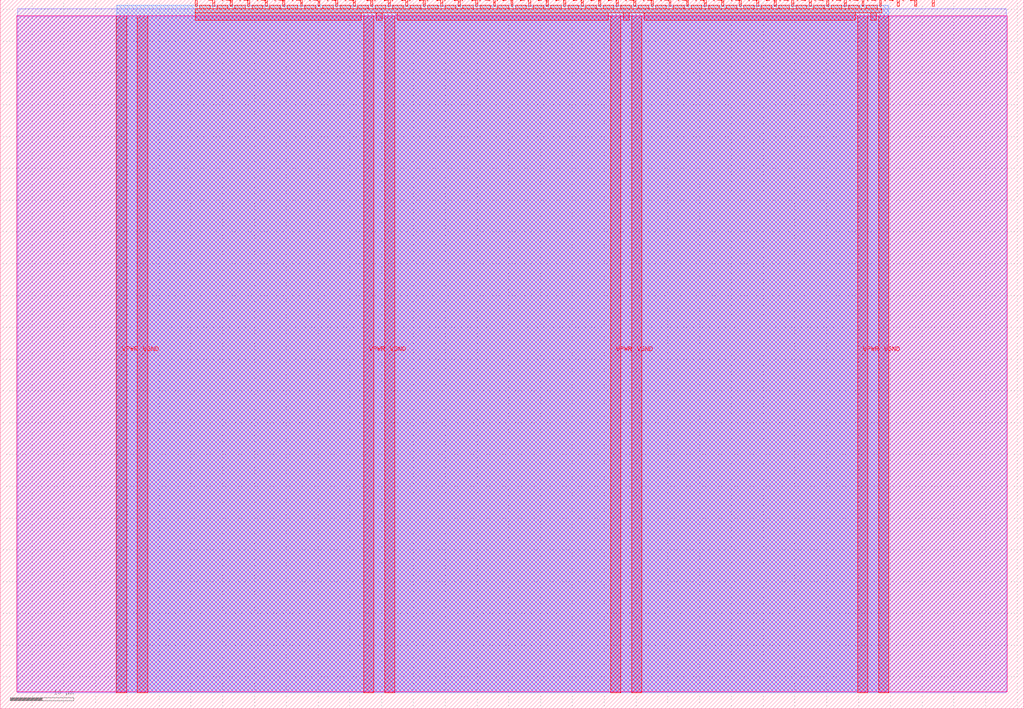
<source format=lef>
VERSION 5.7 ;
  NOWIREEXTENSIONATPIN ON ;
  DIVIDERCHAR "/" ;
  BUSBITCHARS "[]" ;
MACRO tt_um_wokwi_422959974126748673
  CLASS BLOCK ;
  FOREIGN tt_um_wokwi_422959974126748673 ;
  ORIGIN 0.000 0.000 ;
  SIZE 161.000 BY 111.520 ;
  PIN VGND
    DIRECTION INOUT ;
    USE GROUND ;
    PORT
      LAYER met4 ;
        RECT 21.580 2.480 23.180 109.040 ;
    END
    PORT
      LAYER met4 ;
        RECT 60.450 2.480 62.050 109.040 ;
    END
    PORT
      LAYER met4 ;
        RECT 99.320 2.480 100.920 109.040 ;
    END
    PORT
      LAYER met4 ;
        RECT 138.190 2.480 139.790 109.040 ;
    END
  END VGND
  PIN VPWR
    DIRECTION INOUT ;
    USE POWER ;
    PORT
      LAYER met4 ;
        RECT 18.280 2.480 19.880 109.040 ;
    END
    PORT
      LAYER met4 ;
        RECT 57.150 2.480 58.750 109.040 ;
    END
    PORT
      LAYER met4 ;
        RECT 96.020 2.480 97.620 109.040 ;
    END
    PORT
      LAYER met4 ;
        RECT 134.890 2.480 136.490 109.040 ;
    END
  END VPWR
  PIN clk
    DIRECTION INPUT ;
    USE SIGNAL ;
    PORT
      LAYER met4 ;
        RECT 143.830 110.520 144.130 111.520 ;
    END
  END clk
  PIN ena
    DIRECTION INPUT ;
    USE SIGNAL ;
    PORT
      LAYER met4 ;
        RECT 146.590 110.520 146.890 111.520 ;
    END
  END ena
  PIN rst_n
    DIRECTION INPUT ;
    USE SIGNAL ;
    PORT
      LAYER met4 ;
        RECT 141.070 110.520 141.370 111.520 ;
    END
  END rst_n
  PIN ui_in[0]
    DIRECTION INPUT ;
    USE SIGNAL ;
    ANTENNAGATEAREA 0.196500 ;
    PORT
      LAYER met4 ;
        RECT 138.310 110.520 138.610 111.520 ;
    END
  END ui_in[0]
  PIN ui_in[1]
    DIRECTION INPUT ;
    USE SIGNAL ;
    ANTENNAGATEAREA 0.159000 ;
    PORT
      LAYER met4 ;
        RECT 135.550 110.520 135.850 111.520 ;
    END
  END ui_in[1]
  PIN ui_in[2]
    DIRECTION INPUT ;
    USE SIGNAL ;
    ANTENNAGATEAREA 0.159000 ;
    PORT
      LAYER met4 ;
        RECT 132.790 110.520 133.090 111.520 ;
    END
  END ui_in[2]
  PIN ui_in[3]
    DIRECTION INPUT ;
    USE SIGNAL ;
    ANTENNAGATEAREA 0.196500 ;
    PORT
      LAYER met4 ;
        RECT 130.030 110.520 130.330 111.520 ;
    END
  END ui_in[3]
  PIN ui_in[4]
    DIRECTION INPUT ;
    USE SIGNAL ;
    ANTENNAGATEAREA 0.159000 ;
    PORT
      LAYER met4 ;
        RECT 127.270 110.520 127.570 111.520 ;
    END
  END ui_in[4]
  PIN ui_in[5]
    DIRECTION INPUT ;
    USE SIGNAL ;
    ANTENNAGATEAREA 0.159000 ;
    PORT
      LAYER met4 ;
        RECT 124.510 110.520 124.810 111.520 ;
    END
  END ui_in[5]
  PIN ui_in[6]
    DIRECTION INPUT ;
    USE SIGNAL ;
    ANTENNAGATEAREA 0.196500 ;
    PORT
      LAYER met4 ;
        RECT 121.750 110.520 122.050 111.520 ;
    END
  END ui_in[6]
  PIN ui_in[7]
    DIRECTION INPUT ;
    USE SIGNAL ;
    ANTENNAGATEAREA 0.196500 ;
    PORT
      LAYER met4 ;
        RECT 118.990 110.520 119.290 111.520 ;
    END
  END ui_in[7]
  PIN uio_in[0]
    DIRECTION INPUT ;
    USE SIGNAL ;
    PORT
      LAYER met4 ;
        RECT 116.230 110.520 116.530 111.520 ;
    END
  END uio_in[0]
  PIN uio_in[1]
    DIRECTION INPUT ;
    USE SIGNAL ;
    PORT
      LAYER met4 ;
        RECT 113.470 110.520 113.770 111.520 ;
    END
  END uio_in[1]
  PIN uio_in[2]
    DIRECTION INPUT ;
    USE SIGNAL ;
    PORT
      LAYER met4 ;
        RECT 110.710 110.520 111.010 111.520 ;
    END
  END uio_in[2]
  PIN uio_in[3]
    DIRECTION INPUT ;
    USE SIGNAL ;
    PORT
      LAYER met4 ;
        RECT 107.950 110.520 108.250 111.520 ;
    END
  END uio_in[3]
  PIN uio_in[4]
    DIRECTION INPUT ;
    USE SIGNAL ;
    PORT
      LAYER met4 ;
        RECT 105.190 110.520 105.490 111.520 ;
    END
  END uio_in[4]
  PIN uio_in[5]
    DIRECTION INPUT ;
    USE SIGNAL ;
    PORT
      LAYER met4 ;
        RECT 102.430 110.520 102.730 111.520 ;
    END
  END uio_in[5]
  PIN uio_in[6]
    DIRECTION INPUT ;
    USE SIGNAL ;
    PORT
      LAYER met4 ;
        RECT 99.670 110.520 99.970 111.520 ;
    END
  END uio_in[6]
  PIN uio_in[7]
    DIRECTION INPUT ;
    USE SIGNAL ;
    PORT
      LAYER met4 ;
        RECT 96.910 110.520 97.210 111.520 ;
    END
  END uio_in[7]
  PIN uio_oe[0]
    DIRECTION OUTPUT ;
    USE SIGNAL ;
    PORT
      LAYER met4 ;
        RECT 49.990 110.520 50.290 111.520 ;
    END
  END uio_oe[0]
  PIN uio_oe[1]
    DIRECTION OUTPUT ;
    USE SIGNAL ;
    PORT
      LAYER met4 ;
        RECT 47.230 110.520 47.530 111.520 ;
    END
  END uio_oe[1]
  PIN uio_oe[2]
    DIRECTION OUTPUT ;
    USE SIGNAL ;
    PORT
      LAYER met4 ;
        RECT 44.470 110.520 44.770 111.520 ;
    END
  END uio_oe[2]
  PIN uio_oe[3]
    DIRECTION OUTPUT ;
    USE SIGNAL ;
    PORT
      LAYER met4 ;
        RECT 41.710 110.520 42.010 111.520 ;
    END
  END uio_oe[3]
  PIN uio_oe[4]
    DIRECTION OUTPUT ;
    USE SIGNAL ;
    PORT
      LAYER met4 ;
        RECT 38.950 110.520 39.250 111.520 ;
    END
  END uio_oe[4]
  PIN uio_oe[5]
    DIRECTION OUTPUT ;
    USE SIGNAL ;
    PORT
      LAYER met4 ;
        RECT 36.190 110.520 36.490 111.520 ;
    END
  END uio_oe[5]
  PIN uio_oe[6]
    DIRECTION OUTPUT ;
    USE SIGNAL ;
    PORT
      LAYER met4 ;
        RECT 33.430 110.520 33.730 111.520 ;
    END
  END uio_oe[6]
  PIN uio_oe[7]
    DIRECTION OUTPUT ;
    USE SIGNAL ;
    PORT
      LAYER met4 ;
        RECT 30.670 110.520 30.970 111.520 ;
    END
  END uio_oe[7]
  PIN uio_out[0]
    DIRECTION OUTPUT ;
    USE SIGNAL ;
    PORT
      LAYER met4 ;
        RECT 72.070 110.520 72.370 111.520 ;
    END
  END uio_out[0]
  PIN uio_out[1]
    DIRECTION OUTPUT ;
    USE SIGNAL ;
    PORT
      LAYER met4 ;
        RECT 69.310 110.520 69.610 111.520 ;
    END
  END uio_out[1]
  PIN uio_out[2]
    DIRECTION OUTPUT ;
    USE SIGNAL ;
    PORT
      LAYER met4 ;
        RECT 66.550 110.520 66.850 111.520 ;
    END
  END uio_out[2]
  PIN uio_out[3]
    DIRECTION OUTPUT ;
    USE SIGNAL ;
    PORT
      LAYER met4 ;
        RECT 63.790 110.520 64.090 111.520 ;
    END
  END uio_out[3]
  PIN uio_out[4]
    DIRECTION OUTPUT ;
    USE SIGNAL ;
    PORT
      LAYER met4 ;
        RECT 61.030 110.520 61.330 111.520 ;
    END
  END uio_out[4]
  PIN uio_out[5]
    DIRECTION OUTPUT ;
    USE SIGNAL ;
    PORT
      LAYER met4 ;
        RECT 58.270 110.520 58.570 111.520 ;
    END
  END uio_out[5]
  PIN uio_out[6]
    DIRECTION OUTPUT ;
    USE SIGNAL ;
    PORT
      LAYER met4 ;
        RECT 55.510 110.520 55.810 111.520 ;
    END
  END uio_out[6]
  PIN uio_out[7]
    DIRECTION OUTPUT ;
    USE SIGNAL ;
    PORT
      LAYER met4 ;
        RECT 52.750 110.520 53.050 111.520 ;
    END
  END uio_out[7]
  PIN uo_out[0]
    DIRECTION OUTPUT ;
    USE SIGNAL ;
    ANTENNADIFFAREA 0.445500 ;
    PORT
      LAYER met4 ;
        RECT 94.150 110.520 94.450 111.520 ;
    END
  END uo_out[0]
  PIN uo_out[1]
    DIRECTION OUTPUT ;
    USE SIGNAL ;
    ANTENNADIFFAREA 0.445500 ;
    PORT
      LAYER met4 ;
        RECT 91.390 110.520 91.690 111.520 ;
    END
  END uo_out[1]
  PIN uo_out[2]
    DIRECTION OUTPUT ;
    USE SIGNAL ;
    ANTENNADIFFAREA 0.445500 ;
    PORT
      LAYER met4 ;
        RECT 88.630 110.520 88.930 111.520 ;
    END
  END uo_out[2]
  PIN uo_out[3]
    DIRECTION OUTPUT ;
    USE SIGNAL ;
    ANTENNADIFFAREA 0.445500 ;
    PORT
      LAYER met4 ;
        RECT 85.870 110.520 86.170 111.520 ;
    END
  END uo_out[3]
  PIN uo_out[4]
    DIRECTION OUTPUT ;
    USE SIGNAL ;
    ANTENNADIFFAREA 0.445500 ;
    PORT
      LAYER met4 ;
        RECT 83.110 110.520 83.410 111.520 ;
    END
  END uo_out[4]
  PIN uo_out[5]
    DIRECTION OUTPUT ;
    USE SIGNAL ;
    ANTENNADIFFAREA 0.445500 ;
    PORT
      LAYER met4 ;
        RECT 80.350 110.520 80.650 111.520 ;
    END
  END uo_out[5]
  PIN uo_out[6]
    DIRECTION OUTPUT ;
    USE SIGNAL ;
    ANTENNADIFFAREA 0.445500 ;
    PORT
      LAYER met4 ;
        RECT 77.590 110.520 77.890 111.520 ;
    END
  END uo_out[6]
  PIN uo_out[7]
    DIRECTION OUTPUT ;
    USE SIGNAL ;
    ANTENNADIFFAREA 0.445500 ;
    PORT
      LAYER met4 ;
        RECT 74.830 110.520 75.130 111.520 ;
    END
  END uo_out[7]
  OBS
      LAYER nwell ;
        RECT 2.570 2.635 158.430 108.990 ;
      LAYER li1 ;
        RECT 2.760 2.635 158.240 108.885 ;
      LAYER met1 ;
        RECT 2.760 2.480 158.240 110.120 ;
      LAYER met2 ;
        RECT 18.310 2.535 139.760 110.685 ;
      LAYER met3 ;
        RECT 18.290 2.555 139.780 110.665 ;
      LAYER met4 ;
        RECT 31.370 110.120 33.030 110.665 ;
        RECT 34.130 110.120 35.790 110.665 ;
        RECT 36.890 110.120 38.550 110.665 ;
        RECT 39.650 110.120 41.310 110.665 ;
        RECT 42.410 110.120 44.070 110.665 ;
        RECT 45.170 110.120 46.830 110.665 ;
        RECT 47.930 110.120 49.590 110.665 ;
        RECT 50.690 110.120 52.350 110.665 ;
        RECT 53.450 110.120 55.110 110.665 ;
        RECT 56.210 110.120 57.870 110.665 ;
        RECT 58.970 110.120 60.630 110.665 ;
        RECT 61.730 110.120 63.390 110.665 ;
        RECT 64.490 110.120 66.150 110.665 ;
        RECT 67.250 110.120 68.910 110.665 ;
        RECT 70.010 110.120 71.670 110.665 ;
        RECT 72.770 110.120 74.430 110.665 ;
        RECT 75.530 110.120 77.190 110.665 ;
        RECT 78.290 110.120 79.950 110.665 ;
        RECT 81.050 110.120 82.710 110.665 ;
        RECT 83.810 110.120 85.470 110.665 ;
        RECT 86.570 110.120 88.230 110.665 ;
        RECT 89.330 110.120 90.990 110.665 ;
        RECT 92.090 110.120 93.750 110.665 ;
        RECT 94.850 110.120 96.510 110.665 ;
        RECT 97.610 110.120 99.270 110.665 ;
        RECT 100.370 110.120 102.030 110.665 ;
        RECT 103.130 110.120 104.790 110.665 ;
        RECT 105.890 110.120 107.550 110.665 ;
        RECT 108.650 110.120 110.310 110.665 ;
        RECT 111.410 110.120 113.070 110.665 ;
        RECT 114.170 110.120 115.830 110.665 ;
        RECT 116.930 110.120 118.590 110.665 ;
        RECT 119.690 110.120 121.350 110.665 ;
        RECT 122.450 110.120 124.110 110.665 ;
        RECT 125.210 110.120 126.870 110.665 ;
        RECT 127.970 110.120 129.630 110.665 ;
        RECT 130.730 110.120 132.390 110.665 ;
        RECT 133.490 110.120 135.150 110.665 ;
        RECT 136.250 110.120 137.910 110.665 ;
        RECT 30.655 109.440 138.625 110.120 ;
        RECT 30.655 108.295 56.750 109.440 ;
        RECT 59.150 108.295 60.050 109.440 ;
        RECT 62.450 108.295 95.620 109.440 ;
        RECT 98.020 108.295 98.920 109.440 ;
        RECT 101.320 108.295 134.490 109.440 ;
        RECT 136.890 108.295 137.790 109.440 ;
  END
END tt_um_wokwi_422959974126748673
END LIBRARY


</source>
